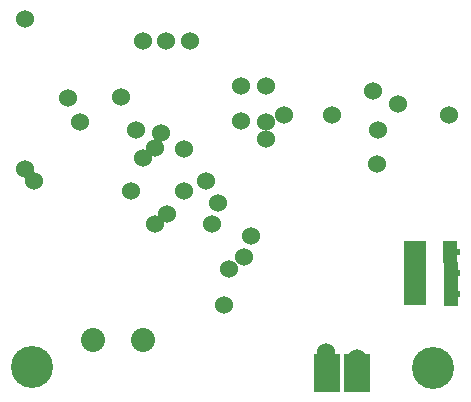
<source format=gbr>
%FSLAX23Y23*%
%MOIN*%
G04 EasyPC Gerber Version 13.0.2 Build 2807 *
%ADD14R,0.02100X0.02100*%
%ADD10R,0.05000X0.07500*%
%ADD13R,0.07500X0.07500*%
%ADD11R,0.09000X0.13000*%
%ADD16C,0.06000*%
%ADD15C,0.08000*%
%ADD12C,0.14000*%
X0Y0D02*
D02*
D10*
X18697Y17817D03*
X18698Y17676D03*
X18698Y17747D03*
D02*
D11*
X18286Y17415D03*
X18385D03*
D02*
D12*
X17303Y17436D03*
X18638Y17431D03*
D02*
D13*
X18578Y17677D03*
Y17747D03*
Y17817D03*
D02*
D14*
X18718Y17677D03*
Y17747D03*
Y17817D03*
D02*
D15*
X17504Y17525D03*
X17672D03*
D02*
D16*
X17278Y18096D03*
Y18596D03*
X17308Y18056D03*
X17423Y18331D03*
X17463Y18251D03*
X17598Y18336D03*
X17633Y18021D03*
X17648Y18226D03*
X17673Y18131D03*
Y18521D03*
X17713Y17911D03*
Y18166D03*
X17733Y18216D03*
X17748Y18521D03*
X17753Y17946D03*
X17808Y18021D03*
Y18161D03*
X17828Y18521D03*
X17883Y18056D03*
X17903Y17911D03*
X17923Y17981D03*
X17943Y17641D03*
X17958Y17761D03*
X17998Y18256D03*
Y18371D03*
X18008Y17801D03*
X18033Y17871D03*
X18083Y18196D03*
Y18251D03*
Y18371D03*
X18143Y18276D03*
X18283Y17486D03*
X18303Y18276D03*
X18384Y17465D03*
X18438Y18356D03*
X18453Y18111D03*
X18455Y18226D03*
X18523Y18311D03*
X18693Y18276D03*
X0Y0D02*
M02*

</source>
